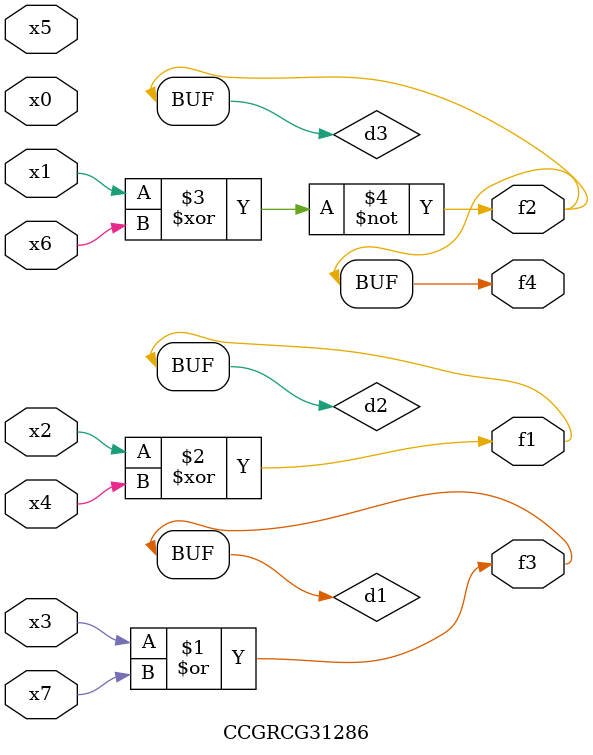
<source format=v>
module CCGRCG31286(
	input x0, x1, x2, x3, x4, x5, x6, x7,
	output f1, f2, f3, f4
);

	wire d1, d2, d3;

	or (d1, x3, x7);
	xor (d2, x2, x4);
	xnor (d3, x1, x6);
	assign f1 = d2;
	assign f2 = d3;
	assign f3 = d1;
	assign f4 = d3;
endmodule

</source>
